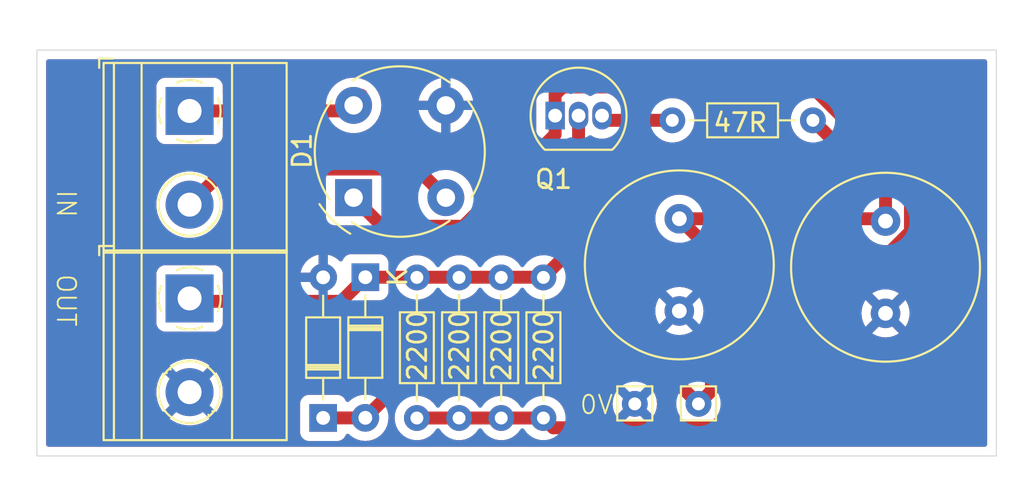
<source format=kicad_pcb>
(kicad_pcb (version 20240108) (generator "pcbnew") (generator_version "8.0")
  (layers (0 "F.Cu" signal) (31 "B.Cu" signal) (34 "B.Paste" user) (35 "F.Paste" user) (36 "B.SilkS" user "B.Silkscreen") (37 "F.SilkS" user "F.Silkscreen") (38 "B.Mask" user) (39 "F.Mask" user) (44 "Edge.Cuts" user))
  (net 0 "")
  (net 1 "Net-(D2-K)")
  (net 2 "Net-(D1-+)")
  (net 3 "Net-(J1-Pin_1)")
  (net 4 "Net-(J1-Pin_2)")
  (net 5 "Net-(D3-K)")
  (net 6 "Net-(Q1-E)")
  (net 7 "GND")
  (footprint "Resistor_THT:R_Axial_DIN0204_L3.6mm_D1.6mm_P7.62mm_Horizontal" (layer "F.Cu") (at 117.094 130.942 90)
    (property "Reference" "R1" (hide yes))
    (property "Value" "2200" (at 3.922196 0.021556 90) (layer "F.SilkS"))
    (fp_line (start 5.73 -0.92) (end 1.89 -0.92) (stroke (width 0.12)) (layer "F.SilkS"))
    (fp_line (start 1.89 -0.92) (end 1.89 0.92) (stroke (width 0.12)) (layer "F.SilkS"))
    (fp_line (start 6.68 0) (end 5.73 0) (stroke (width 0.12)) (layer "F.SilkS"))
    (fp_line (start 0.94 0) (end 1.89 0) (stroke (width 0.12)) (layer "F.SilkS"))
    (fp_line (start 5.73 0.92) (end 5.73 -0.92) (stroke (width 0.12)) (layer "F.SilkS"))
    (fp_line (start 1.89 0.92) (end 5.73 0.92) (stroke (width 0.12)) (layer "F.SilkS"))
    (pad "1" thru_hole circle (at 0 0 90) (size 1.4 1.4) (drill 0.7) (layers "*.Cu" "*.Mask") (net 2 "Net-(D1-+)"))
    (pad "2" thru_hole oval (at 7.62 0 90) (size 1.4 1.4) (drill 0.7) (layers "*.Cu" "*.Mask") (net 5 "Net-(D3-K)"))
  )
  (footprint "Capacitor_THT:C_Radial_D10.0mm_H16.0mm_P5.00mm" (layer "F.Cu") (at 131.318 120.142 -90)
    (property "Reference" "C2" (hide yes))
    (property "Value" "2200uF")
    (fp_circle (center 2.5 0) (end 7.62 0) (stroke (width 0.12)) (fill none) (layer "F.SilkS"))
    (pad "1" thru_hole circle (at 0 0 270) (size 1.6 1.6) (drill 0.8) (layers "*.Cu" "*.Mask") (net 1 "Net-(D2-K)"))
    (pad "2" thru_hole circle (at 5 0 270) (size 1.6 1.6) (drill 0.8) (layers "*.Cu" "*.Mask") (net 7 "GND"))
  )
  (footprint "TerminalBlock_Phoenix:TerminalBlock_Phoenix_MKDS-1,5-2-5.08_1x02_P5.08mm_Horizontal" (layer "F.Cu") (at 104.775 124.46 -90)
    (property "Reference" "J2" (hide yes))
    (property "Value" "Screw_Terminal_01x02")
    (fp_line (start -2.84 4.9) (end -2.34 4.9) (stroke (width 0.12)) (layer "F.SilkS"))
    (fp_line (start -2.6 4.66) (end 7.68 4.66) (stroke (width 0.12)) (layer "F.SilkS"))
    (fp_line (start -2.84 4.16) (end -2.84 4.9) (stroke (width 0.12)) (layer "F.SilkS"))
    (fp_line (start -2.6 4.1) (end 7.68 4.1) (stroke (width 0.12)) (layer "F.SilkS"))
    (fp_line (start -2.6 2.6) (end 7.68 2.6) (stroke (width 0.12)) (layer "F.SilkS"))
    (fp_line (start 4.046 1.239) (end 4.011 1.274) (stroke (width 0.12)) (layer "F.SilkS"))
    (fp_line (start 3.853 1.023) (end 3.806 1.069) (stroke (width 0.12)) (layer "F.SilkS"))
    (fp_line (start 6.355 -1.069) (end 6.308 -1.023) (stroke (width 0.12)) (layer "F.SilkS"))
    (fp_line (start 6.15 -1.275) (end 6.115 -1.239) (stroke (width 0.12)) (layer "F.SilkS"))
    (fp_line (start -2.6 -2.301) (end 7.68 -2.301) (stroke (width 0.12)) (layer "F.SilkS"))
    (fp_line (start -2.6 -5.261) (end -2.6 4.66) (stroke (width 0.12)) (layer "F.SilkS"))
    (fp_line (start -2.6 -5.261) (end 7.68 -5.261) (stroke (width 0.12)) (layer "F.SilkS"))
    (fp_line (start 7.68 -5.261) (end 7.68 4.66) (stroke (width 0.12)) (layer "F.SilkS"))
    (fp_arc (start 0.028805 1.680253) (mid -0.335551 1.646659) (end -0.684 1.535) (stroke (width 0.12)) (layer "F.SilkS"))
    (fp_arc (start 0.683318 1.534756) (mid 0.349292 1.643288) (end 0 1.68) (stroke (width 0.12)) (layer "F.SilkS"))
    (fp_arc (start -1.535427 0.683042) (mid -1.680501 -0.000524) (end -1.535 -0.684) (stroke (width 0.12)) (layer "F.SilkS"))
    (fp_arc (start 1.535427 -0.683042) (mid 1.680501 0.000524) (end 1.535 0.684) (stroke (width 0.12)) (layer "F.SilkS"))
    (fp_arc (start -0.683042 -1.535427) (mid 0.000524 -1.680501) (end 0.684 -1.535) (stroke (width 0.12)) (layer "F.SilkS"))
    (fp_circle (center 5.08 0) (end 6.76 0) (stroke (width 0.12)) (fill none) (layer "F.SilkS"))
    (pad "1" thru_hole rect (at 0 0 270) (size 2.6 2.6) (drill 1.3) (layers "*.Cu" "*.Mask") (net 5 "Net-(D3-K)"))
    (pad "2" thru_hole circle (at 5.08 0 270) (size 2.6 2.6) (drill 1.3) (layers "*.Cu" "*.Mask") (net 7 "GND"))
  )
  (footprint "Connector_Pin:Pin_D0.7mm_L6.5mm_W1.8mm_FlatFork" (layer "F.Cu") (at 128.905 130.175 -90)
    (property "Reference" "TP2" (hide yes))
    (property "Value" "TestPoint")
    (fp_line (start -0.95 0.95) (end 0.9 0.95) (stroke (width 0.12)) (layer "F.SilkS"))
    (fp_line (start 0.9 0.95) (end 0.9 -0.9) (stroke (width 0.12)) (layer "F.SilkS"))
    (fp_line (start 0.9 -0.9) (end 0.9 -0.95) (stroke (width 0.12)) (layer "F.SilkS"))
    (fp_line (start -0.95 -0.95) (end -0.95 0.95) (stroke (width 0.12)) (layer "F.SilkS"))
    (fp_line (start 0.9 -0.95) (end -0.95 -0.95) (stroke (width 0.12)) (layer "F.SilkS"))
    (pad "1" thru_hole circle (at 0 0 270) (size 1.4 1.4) (drill 0.7) (layers "*.Cu" "*.Mask") (net 7 "GND"))
  )
  (footprint "Diode_THT:D_DO-34_SOD68_P7.62mm_Horizontal" (layer "F.Cu") (at 112.014 130.937 90)
    (property "Reference" "D2" (hide yes))
    (property "Value" "D")
    (fp_line (start 5.45 -0.92) (end 2.17 -0.92) (stroke (width 0.12)) (layer "F.SilkS"))
    (fp_line (start 2.866 -0.92) (end 2.866 0.92) (stroke (width 0.12)) (layer "F.SilkS"))
    (fp_line (start 2.746 -0.92) (end 2.746 0.92) (stroke (width 0.12)) (layer "F.SilkS"))
    (fp_line (start 2.626 -0.92) (end 2.626 0.92) (stroke (width 0.12)) (layer "F.SilkS"))
    (fp_line (start 2.17 -0.92) (end 2.17 0.92) (stroke (width 0.12)) (layer "F.SilkS"))
    (fp_line (start 6.63 0) (end 5.45 0) (stroke (width 0.12)) (layer "F.SilkS"))
    (fp_line (start 0.99 0) (end 2.17 0) (stroke (width 0.12)) (layer "F.SilkS"))
    (fp_line (start 5.45 0.92) (end 5.45 -0.92) (stroke (width 0.12)) (layer "F.SilkS"))
    (fp_line (start 2.17 0.92) (end 5.45 0.92) (stroke (width 0.12)) (layer "F.SilkS"))
    (pad "1" thru_hole rect (at 0 0 90) (size 1.5 1.5) (drill 0.75) (layers "*.Cu" "*.Mask") (net 1 "Net-(D2-K)"))
    (pad "2" thru_hole oval (at 7.62 0 90) (size 1.5 1.5) (drill 0.75) (layers "*.Cu" "*.Mask") (net 7 "GND"))
  )
  (footprint "Resistor_THT:R_Axial_DIN0204_L3.6mm_D1.6mm_P7.62mm_Horizontal" (layer "F.Cu") (at 119.38 130.942 90)
    (property "Reference" "R2" (hide yes))
    (property "Value" "2200" (at 3.922196 0.021556 90) (layer "F.SilkS"))
    (fp_line (start 5.73 -0.92) (end 1.89 -0.92) (stroke (width 0.12)) (layer "F.SilkS"))
    (fp_line (start 1.89 -0.92) (end 1.89 0.92) (stroke (width 0.12)) (layer "F.SilkS"))
    (fp_line (start 6.68 0) (end 5.73 0) (stroke (width 0.12)) (layer "F.SilkS"))
    (fp_line (start 0.94 0) (end 1.89 0) (stroke (width 0.12)) (layer "F.SilkS"))
    (fp_line (start 5.73 0.92) (end 5.73 -0.92) (stroke (width 0.12)) (layer "F.SilkS"))
    (fp_line (start 1.89 0.92) (end 5.73 0.92) (stroke (width 0.12)) (layer "F.SilkS"))
    (pad "1" thru_hole circle (at 0 0 90) (size 1.4 1.4) (drill 0.7) (layers "*.Cu" "*.Mask") (net 2 "Net-(D1-+)"))
    (pad "2" thru_hole oval (at 7.62 0 90) (size 1.4 1.4) (drill 0.7) (layers "*.Cu" "*.Mask") (net 5 "Net-(D3-K)"))
  )
  (footprint "Capacitor_THT:C_Radial_D10.0mm_H16.0mm_P5.00mm" (layer "F.Cu") (at 142.494 120.269 -90)
    (property "Reference" "C1" (hide yes))
    (property "Value" "2200uF")
    (fp_circle (center 2.5 0) (end 7.62 0) (stroke (width 0.12)) (fill none) (layer "F.SilkS"))
    (pad "1" thru_hole circle (at 0 0 270) (size 1.6 1.6) (drill 0.8) (layers "*.Cu" "*.Mask") (net 1 "Net-(D2-K)"))
    (pad "2" thru_hole circle (at 5 0 270) (size 1.6 1.6) (drill 0.8) (layers "*.Cu" "*.Mask") (net 7 "GND"))
  )
  (footprint "TerminalBlock_Phoenix:TerminalBlock_Phoenix_MKDS-1,5-2-5.08_1x02_P5.08mm_Horizontal" (layer "F.Cu") (at 104.775 114.3 -90)
    (property "Reference" "J1" (hide yes))
    (property "Value" "Screw_Terminal_01x02")
    (fp_line (start -2.84 4.9) (end -2.34 4.9) (stroke (width 0.12)) (layer "F.SilkS"))
    (fp_line (start -2.6 4.66) (end 7.68 4.66) (stroke (width 0.12)) (layer "F.SilkS"))
    (fp_line (start -2.84 4.16) (end -2.84 4.9) (stroke (width 0.12)) (layer "F.SilkS"))
    (fp_line (start -2.6 4.1) (end 7.68 4.1) (stroke (width 0.12)) (layer "F.SilkS"))
    (fp_line (start -2.6 2.6) (end 7.68 2.6) (stroke (width 0.12)) (layer "F.SilkS"))
    (fp_line (start 4.046 1.239) (end 4.011 1.274) (stroke (width 0.12)) (layer "F.SilkS"))
    (fp_line (start 3.853 1.023) (end 3.806 1.069) (stroke (width 0.12)) (layer "F.SilkS"))
    (fp_line (start 6.355 -1.069) (end 6.308 -1.023) (stroke (width 0.12)) (layer "F.SilkS"))
    (fp_line (start 6.15 -1.275) (end 6.115 -1.239) (stroke (width 0.12)) (layer "F.SilkS"))
    (fp_line (start -2.6 -2.301) (end 7.68 -2.301) (stroke (width 0.12)) (layer "F.SilkS"))
    (fp_line (start -2.6 -5.261) (end -2.6 4.66) (stroke (width 0.12)) (layer "F.SilkS"))
    (fp_line (start -2.6 -5.261) (end 7.68 -5.261) (stroke (width 0.12)) (layer "F.SilkS"))
    (fp_line (start 7.68 -5.261) (end 7.68 4.66) (stroke (width 0.12)) (layer "F.SilkS"))
    (fp_arc (start 0.028805 1.680253) (mid -0.335551 1.646659) (end -0.684 1.535) (stroke (width 0.12)) (layer "F.SilkS"))
    (fp_arc (start 0.683318 1.534756) (mid 0.349292 1.643288) (end 0 1.68) (stroke (width 0.12)) (layer "F.SilkS"))
    (fp_arc (start -1.535427 0.683042) (mid -1.680501 -0.000524) (end -1.535 -0.684) (stroke (width 0.12)) (layer "F.SilkS"))
    (fp_arc (start 1.535427 -0.683042) (mid 1.680501 0.000524) (end 1.535 0.684) (stroke (width 0.12)) (layer "F.SilkS"))
    (fp_arc (start -0.683042 -1.535427) (mid 0.000524 -1.680501) (end 0.684 -1.535) (stroke (width 0.12)) (layer "F.SilkS"))
    (fp_circle (center 5.08 0) (end 6.76 0) (stroke (width 0.12)) (fill none) (layer "F.SilkS"))
    (pad "1" thru_hole rect (at 0 0 270) (size 2.6 2.6) (drill 1.3) (layers "*.Cu" "*.Mask") (net 3 "Net-(J1-Pin_1)"))
    (pad "2" thru_hole circle (at 5.08 0 270) (size 2.6 2.6) (drill 1.3) (layers "*.Cu" "*.Mask") (net 4 "Net-(J1-Pin_2)"))
  )
  (footprint "Connector_Pin:Pin_D0.7mm_L6.5mm_W1.8mm_FlatFork" (layer "F.Cu") (at 132.355 130.175 -90)
    (property "Reference" "TP1" (hide yes))
    (property "Value" "TestPoint")
    (fp_line (start -0.95 0.95) (end 0.9 0.95) (stroke (width 0.12)) (layer "F.SilkS"))
    (fp_line (start 0.9 0.95) (end 0.9 -0.9) (stroke (width 0.12)) (layer "F.SilkS"))
    (fp_line (start 0.9 -0.9) (end 0.9 -0.95) (stroke (width 0.12)) (layer "F.SilkS"))
    (fp_line (start -0.95 -0.95) (end -0.95 0.95) (stroke (width 0.12)) (layer "F.SilkS"))
    (fp_line (start 0.9 -0.95) (end -0.95 -0.95) (stroke (width 0.12)) (layer "F.SilkS"))
    (pad "1" thru_hole circle (at 0 0 270) (size 1.4 1.4) (drill 0.7) (layers "*.Cu" "*.Mask") (net 1 "Net-(D2-K)"))
  )
  (footprint "Resistor_THT:R_Axial_DIN0204_L3.6mm_D1.6mm_P7.62mm_Horizontal" (layer "F.Cu") (at 121.666 130.942 90)
    (property "Reference" "R3" (hide yes))
    (property "Value" "2200" (at 3.922196 0.021556 90) (layer "F.SilkS"))
    (fp_line (start 5.73 -0.92) (end 1.89 -0.92) (stroke (width 0.12)) (layer "F.SilkS"))
    (fp_line (start 1.89 -0.92) (end 1.89 0.92) (stroke (width 0.12)) (layer "F.SilkS"))
    (fp_line (start 6.68 0) (end 5.73 0) (stroke (width 0.12)) (layer "F.SilkS"))
    (fp_line (start 0.94 0) (end 1.89 0) (stroke (width 0.12)) (layer "F.SilkS"))
    (fp_line (start 5.73 0.92) (end 5.73 -0.92) (stroke (width 0.12)) (layer "F.SilkS"))
    (fp_line (start 1.89 0.92) (end 5.73 0.92) (stroke (width 0.12)) (layer "F.SilkS"))
    (pad "1" thru_hole circle (at 0 0 90) (size 1.4 1.4) (drill 0.7) (layers "*.Cu" "*.Mask") (net 2 "Net-(D1-+)"))
    (pad "2" thru_hole oval (at 7.62 0 90) (size 1.4 1.4) (drill 0.7) (layers "*.Cu" "*.Mask") (net 5 "Net-(D3-K)"))
  )
  (footprint "Diode_THT:Diode_Bridge_Round_D9.0mm" (layer "F.Cu") (at 113.665 118.999 90)
    (property "Reference" "D1" (at 2.54 -2.794 90) (layer "F.SilkS"))
    (property "Value" "D_Bridge_+A-A")
    (fp_arc (start -0.1 -1.3) (mid 2.595106 -2.103363) (end 5.254731 -1.189371) (stroke (width 0.12)) (layer "F.SilkS"))
    (fp_arc (start -1.954487 -0.183757) (mid -1.246061 -1.107219) (end -0.35 -1.85) (stroke (width 0.12)) (layer "F.SilkS"))
    (fp_arc (start 6.35 -0.05) (mid 7.117021 2.590098) (end 6.247584 5.198261) (stroke (width 0.12)) (layer "F.SilkS"))
    (fp_arc (start -1.25 5.2) (mid -2.120355 2.569427) (end -1.329431 -0.086109) (stroke (width 0.12)) (layer "F.SilkS"))
    (fp_arc (start 5.25 6.2) (mid 2.657169 7.107363) (end 0.008533 6.3788) (stroke (width 0.12)) (layer "F.SilkS"))
    (pad "1" thru_hole rect (at 0 0 90) (size 2 2) (drill 1) (layers "*.Cu" "*.Mask") (net 2 "Net-(D1-+)"))
    (pad "2" thru_hole oval (at 0 5 90) (size 2 2) (drill 1) (layers "*.Cu" "*.Mask") (net 4 "Net-(J1-Pin_2)"))
    (pad "3" thru_hole oval (at 5 5 90) (size 2 2) (drill 1) (layers "*.Cu" "*.Mask") (net 7 "GND"))
    (pad "4" thru_hole oval (at 5 0 90) (size 2 2) (drill 1) (layers "*.Cu" "*.Mask") (net 3 "Net-(J1-Pin_1)"))
  )
  (footprint "Package_TO_SOT_THT:TO-92_Inline" (layer "F.Cu") (at 124.587 114.554)
    (property "Reference" "Q1" (at -0.087 3.446 0) (layer "F.SilkS"))
    (property "Value" "BC547")
    (fp_line (start -0.53 1.85) (end 3.07 1.85) (stroke (width 0.12)) (layer "F.SilkS"))
    (fp_arc (start -0.568478 1.838478) (mid -1.132087 -0.994977) (end 1.27 -2.6) (stroke (width 0.12)) (layer "F.SilkS"))
    (fp_arc (start 1.27 -2.6) (mid 3.672087 -0.994977) (end 3.108478 1.838478) (stroke (width 0.12)) (layer "F.SilkS"))
    (pad "1" thru_hole rect (at 0 0) (size 1.05 1.5) (drill 0.75) (layers "*.Cu" "*.Mask") (net 2 "Net-(D1-+)"))
    (pad "2" thru_hole oval (at 1.27 0) (size 1.05 1.5) (drill 0.75) (layers "*.Cu" "*.Mask") (net 5 "Net-(D3-K)"))
    (pad "3" thru_hole oval (at 2.54 0) (size 1.05 1.5) (drill 0.75) (layers "*.Cu" "*.Mask") (net 6 "Net-(Q1-E)"))
  )
  (footprint "Resistor_THT:R_Axial_DIN0204_L3.6mm_D1.6mm_P7.62mm_Horizontal" (layer "F.Cu") (at 130.937 114.808)
    (property "Reference" "R5" (hide yes))
    (property "Value" "47R" (at 3.683 0.127 360) (layer "F.SilkS"))
    (fp_line (start 0.94 0) (end 1.89 0) (stroke (width 0.12)) (layer "F.SilkS"))
    (fp_line (start 1.89 -0.92) (end 1.89 0.92) (stroke (width 0.12)) (layer "F.SilkS"))
    (fp_line (start 1.89 0.92) (end 5.73 0.92) (stroke (width 0.12)) (layer "F.SilkS"))
    (fp_line (start 5.73 -0.92) (end 1.89 -0.92) (stroke (width 0.12)) (layer "F.SilkS"))
    (fp_line (start 5.73 0.92) (end 5.73 -0.92) (stroke (width 0.12)) (layer "F.SilkS"))
    (fp_line (start 6.68 0) (end 5.73 0) (stroke (width 0.12)) (layer "F.SilkS"))
    (pad "1" thru_hole circle (at 0 0) (size 1.4 1.4) (drill 0.7) (layers "*.Cu" "*.Mask") (net 6 "Net-(Q1-E)"))
    (pad "2" thru_hole oval (at 7.62 0) (size 1.4 1.4) (drill 0.7) (layers "*.Cu" "*.Mask") (net 1 "Net-(D2-K)"))
  )
  (footprint "Diode_THT:D_DO-34_SOD68_P7.62mm_Horizontal" (layer "F.Cu") (at 114.3 123.312 -90)
    (property "Reference" "D3" (hide yes))
    (property "Value" "D")
    (fp_line (start 2.17 0.92) (end 5.45 0.92) (stroke (width 0.12)) (layer "F.SilkS"))
    (fp_line (start 5.45 0.92) (end 5.45 -0.92) (stroke (width 0.12)) (layer "F.SilkS"))
    (fp_line (start 0.99 0) (end 2.17 0) (stroke (width 0.12)) (layer "F.SilkS"))
    (fp_line (start 6.63 0) (end 5.45 0) (stroke (width 0.12)) (layer "F.SilkS"))
    (fp_line (start 2.17 -0.92) (end 2.17 0.92) (stroke (width 0.12)) (layer "F.SilkS"))
    (fp_line (start 2.626 -0.92) (end 2.626 0.92) (stroke (width 0.12)) (layer "F.SilkS"))
    (fp_line (start 2.746 -0.92) (end 2.746 0.92) (stroke (width 0.12)) (layer "F.SilkS"))
    (fp_line (start 2.866 -0.92) (end 2.866 0.92) (stroke (width 0.12)) (layer "F.SilkS"))
    (fp_line (start 5.45 -0.92) (end 2.17 -0.92) (stroke (width 0.12)) (layer "F.SilkS"))
    (fp_text user "K" (at 0 -1.75 90) (layer "F.SilkS"))
    (pad "1" thru_hole rect (at 0 0 270) (size 1.5 1.5) (drill 0.75) (layers "*.Cu" "*.Mask") (net 5 "Net-(D3-K)"))
    (pad "2" thru_hole oval (at 7.62 0 270) (size 1.5 1.5) (drill 0.75) (layers "*.Cu" "*.Mask") (net 1 "Net-(D2-K)"))
  )
  (footprint "Resistor_THT:R_Axial_DIN0204_L3.6mm_D1.6mm_P7.62mm_Horizontal" (layer "F.Cu") (at 123.952 130.942 90)
    (property "Reference" "R4" (hide yes))
    (property "Value" "2200" (at 3.922196 0.021556 90) (layer "F.SilkS"))
    (fp_line (start 5.73 -0.92) (end 1.89 -0.92) (stroke (width 0.12)) (layer "F.SilkS"))
    (fp_line (start 1.89 -0.92) (end 1.89 0.92) (stroke (width 0.12)) (layer "F.SilkS"))
    (fp_line (start 6.68 0) (end 5.73 0) (stroke (width 0.12)) (layer "F.SilkS"))
    (fp_line (start 0.94 0) (end 1.89 0) (stroke (width 0.12)) (layer "F.SilkS"))
    (fp_line (start 5.73 0.92) (end 5.73 -0.92) (stroke (width 0.12)) (layer "F.SilkS"))
    (fp_line (start 1.89 0.92) (end 5.73 0.92) (stroke (width 0.12)) (layer "F.SilkS"))
    (pad "1" thru_hole circle (at 0 0 90) (size 1.4 1.4) (drill 0.7) (layers "*.Cu" "*.Mask") (net 2 "Net-(D1-+)"))
    (pad "2" thru_hole oval (at 7.62 0 90) (size 1.4 1.4) (drill 0.7) (layers "*.Cu" "*.Mask") (net 5 "Net-(D3-K)"))
  )
  (gr_rect (start 96.5 111) (end 148.5 133) (stroke (width 0.05)) (fill none) (layer "Edge.Cuts"))
  (gr_text "0V\n" (at 125.857 130.81 0) (layer "F.SilkS") (effects (font (size 1 1) (thickness 0.1)) (justify left bottom)))
  (gr_text "IN    OUT" (at 97.5 118.5 270) (layer "F.SilkS") (effects (font (size 1 1) (thickness 0.1)) (justify left bottom)))
  (segment (start 116.732 128.5) (end 130.68 128.5) (width 0.7) (layer "F.Cu") (net 1))
  (segment (start 114.295 130.937) (end 114.3 130.932) (width 0.7) (layer "F.Cu") (net 1))
  (segment (start 142.494 118.745) (end 138.557 114.808) (width 0.7) (layer "F.Cu") (net 1))
  (segment (start 133.055 129.475) (end 133.055 121.879) (width 0.7) (layer "F.Cu") (net 1))
  (segment (start 114.3 130.932) (end 116.732 128.5) (width 0.7) (layer "F.Cu") (net 1))
  (segment (start 112.014 130.937) (end 114.295 130.937) (width 0.7) (layer "F.Cu") (net 1))
  (segment (start 133.055 121.879) (end 131.318 120.142) (width 0.7) (layer "F.Cu") (net 1))
  (segment (start 131.318 120.142) (end 142.367 120.142) (width 0.7) (layer "F.Cu") (net 1))
  (segment (start 132.355 130.175) (end 133.055 129.475) (width 0.7) (layer "F.Cu") (net 1))
  (segment (start 130.68 128.5) (end 132.355 130.175) (width 0.7) (layer "F.Cu") (net 1))
  (segment (start 142.367 120.142) (end 142.494 120.269) (width 0.7) (layer "F.Cu") (net 1))
  (segment (start 142.494 120.269) (end 142.494 118.745) (width 0.7) (layer "F.Cu") (net 1))
  (segment (start 119.608 120.549) (end 124.587 115.57) (width 0.7) (layer "F.Cu") (net 2))
  (segment (start 133.201711 131.470478) (end 143.844 120.828189) (width 0.7) (layer "F.Cu") (net 2))
  (segment (start 143.844 120.828189) (end 143.844 118.327233) (width 0.7) (layer "F.Cu") (net 2))
  (segment (start 123.952 130.942) (end 117.094 130.942) (width 0.7) (layer "F.Cu") (net 2))
  (segment (start 124.480478 131.470478) (end 133.201711 131.470478) (width 0.7) (layer "F.Cu") (net 2))
  (segment (start 138.516767 113) (end 125 113) (width 0.7) (layer "F.Cu") (net 2))
  (segment (start 123.952 130.942) (end 124.480478 131.470478) (width 0.7) (layer "F.Cu") (net 2))
  (segment (start 125 113) (end 124.587 113.413) (width 0.7) (layer "F.Cu") (net 2))
  (segment (start 115.215 120.549) (end 119.608 120.549) (width 0.7) (layer "F.Cu") (net 2))
  (segment (start 124.587 113.413) (end 124.587 114.554) (width 0.7) (layer "F.Cu") (net 2))
  (segment (start 143.844 118.327233) (end 138.516767 113) (width 0.7) (layer "F.Cu") (net 2))
  (segment (start 113.665 118.999) (end 115.215 120.549) (width 0.7) (layer "F.Cu") (net 2))
  (segment (start 124.587 115.57) (end 124.587 114.554) (width 0.7) (layer "F.Cu") (net 2))
  (segment (start 104.775 114.3) (end 113.237 114.3) (width 0.7) (layer "F.Cu") (net 3))
  (segment (start 113.237 114.3) (end 114.086 113.451) (width 0.7) (layer "F.Cu") (net 3))
  (segment (start 106.706 117.449) (end 117.115 117.449) (width 0.7) (layer "F.Cu") (net 4))
  (segment (start 104.775 119.38) (end 106.706 117.449) (width 0.7) (layer "F.Cu") (net 4))
  (segment (start 117.115 117.449) (end 118.665 118.999) (width 0.7) (layer "F.Cu") (net 4))
  (segment (start 125.857 121.417) (end 123.952 123.322) (width 0.7) (layer "F.Cu") (net 5))
  (segment (start 104.932 124.617) (end 104.775 124.46) (width 0.7) (layer "F.Cu") (net 5))
  (segment (start 112.995 124.617) (end 104.932 124.617) (width 0.7) (layer "F.Cu") (net 5))
  (segment (start 114.3 123.312) (end 123.942 123.312) (width 0.7) (layer "F.Cu") (net 5))
  (segment (start 123.942 123.312) (end 123.952 123.322) (width 0.7) (layer "F.Cu") (net 5))
  (segment (start 125.857 114.554) (end 125.857 121.417) (width 0.7) (layer "F.Cu") (net 5))
  (segment (start 114.3 123.312) (end 112.995 124.617) (width 0.7) (layer "F.Cu") (net 5))
  (segment (start 130.937 114.808) (end 127.381 114.808) (width 0.7) (layer "F.Cu") (net 6))
  (segment (start 127.381 114.808) (end 127.127 114.554) (width 0.7) (layer "F.Cu") (net 6))
  (zone (net 7) (net_name "GND") (layers "F&B.Cu") (connect_pads (clearance 0.5)) (min_thickness 0.25) (fill yes (thermal_gap 0.5) (thermal_bridge_width 0.5))
    (polygon (pts (xy 96 110.5) (xy 149.5 110.5) (xy 150 133.950153) (xy 94.5 134.5)))
  )
)
</source>
